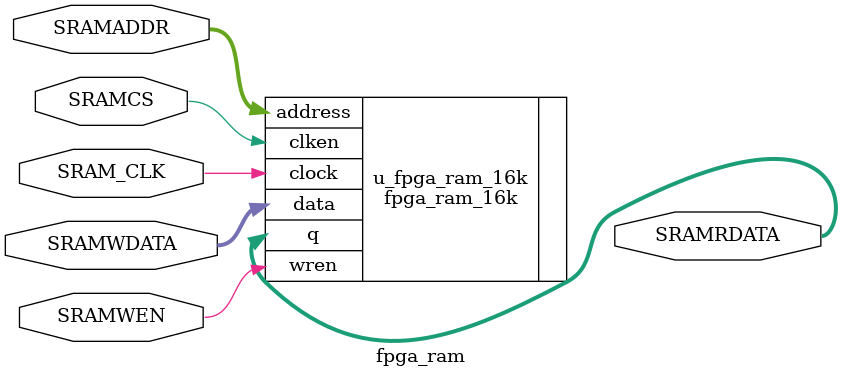
<source format=v>

module fpga_ram(
    input           SRAM_CLK    ,
    input           SRAMCS      ,
    input           SRAMWEN     ,
    input  [13:0]   SRAMADDR    ,
    input  [ 7:0]   SRAMWDATA   ,
    output [ 7:0]   SRAMRDATA
);

    fpga_ram_16k    u_fpga_ram_16k
    (
    .clock          ( SRAM_CLK      ),
    .clken          ( SRAMCS        ),
    .wren           ( SRAMWEN       ),
    .address        ( SRAMADDR      ),
    .data           ( SRAMWDATA     ),
    .q              ( SRAMRDATA     )
    );

endmodule

</source>
